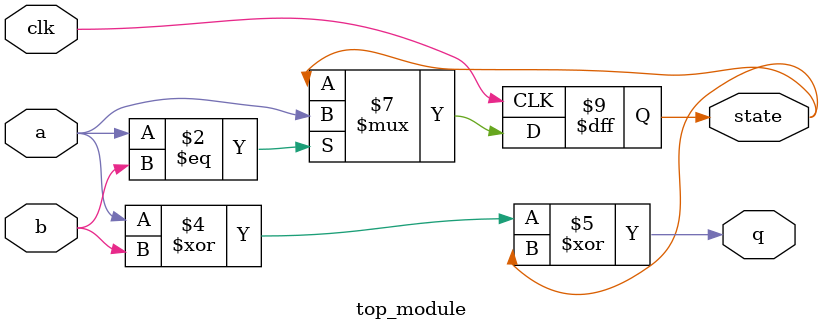
<source format=v>

module top_module (
    input clk,
    input a,
    input b,
    output q,
    output state  );
    
    
    always @(posedge clk)
        begin
            if (a == b) state <= a;
            else state <= state;
        end
    
    always @(*) q = a ^ b ^ state; 
    
    /*
   	// Another solution
    always @(posedge clk)
        begin
            if (a == b) state <= a;
            else state <= state;
        end    
    
    assign q = (a == b) ? state : ~state;
    */

endmodule

</source>
